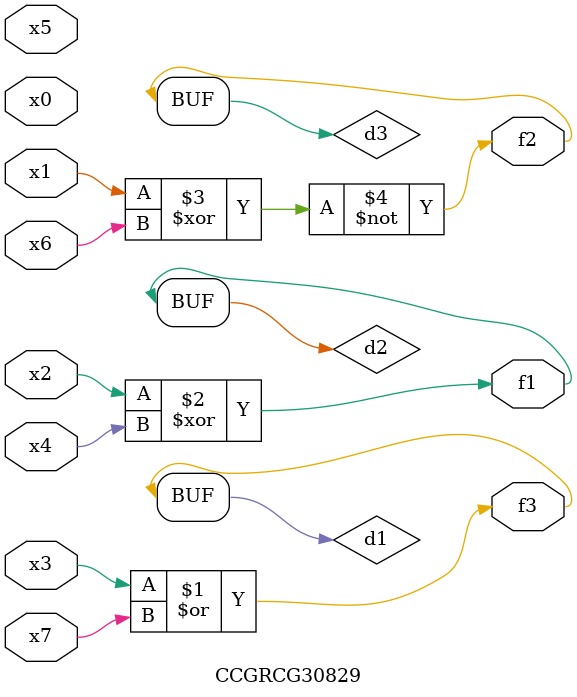
<source format=v>
module CCGRCG30829(
	input x0, x1, x2, x3, x4, x5, x6, x7,
	output f1, f2, f3
);

	wire d1, d2, d3;

	or (d1, x3, x7);
	xor (d2, x2, x4);
	xnor (d3, x1, x6);
	assign f1 = d2;
	assign f2 = d3;
	assign f3 = d1;
endmodule

</source>
